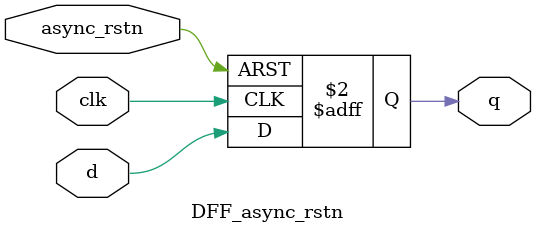
<source format=v>
`timescale 1ns / 1ps
module DFF_async_rstn(clk,
                      async_rstn,
                      d,
                      q);
input clk;
input async_rstn;
input d;
output reg q;

always@(posedge clk, posedge async_rstn)begin
    if(async_rstn)
        q <= 1'b0;
    else
        q <= d;    
end

endmodule

</source>
